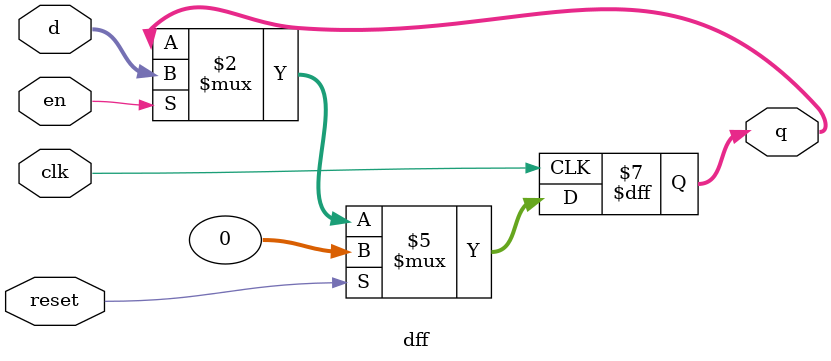
<source format=v>
module dff #(parameter WIDTH = 32) (
    input clk, reset, en,
    input      [WIDTH-1 : 0] d,
    output reg [WIDTH-1 : 0] q
    );

    always @ (posedge clk) begin
        if (reset)
            q <= {(WIDTH-1) {1'b0}};
        else if (en)
            q <= d;
    end

endmodule // dff

//
// module dff_tb ();
//
//     reg clk, reset, en;
//     reg [31  : 0] d;
//     wire [31 : 0] q;
//
//     dff DFF(clk, reset, en, d, q);
//
//     initial begin
//         $monitor("time: %d q: %h", $time, q);
//         clk   = 0;
//         en    = 1;
//         reset = 1;
//         d     = 32'hdeadbeef;
//         # 50 reset = 0;
//         # 100 $finish;
//     end
//
//     always #5
//         clk = ~clk;
//
// endmodule // dff_tb

</source>
